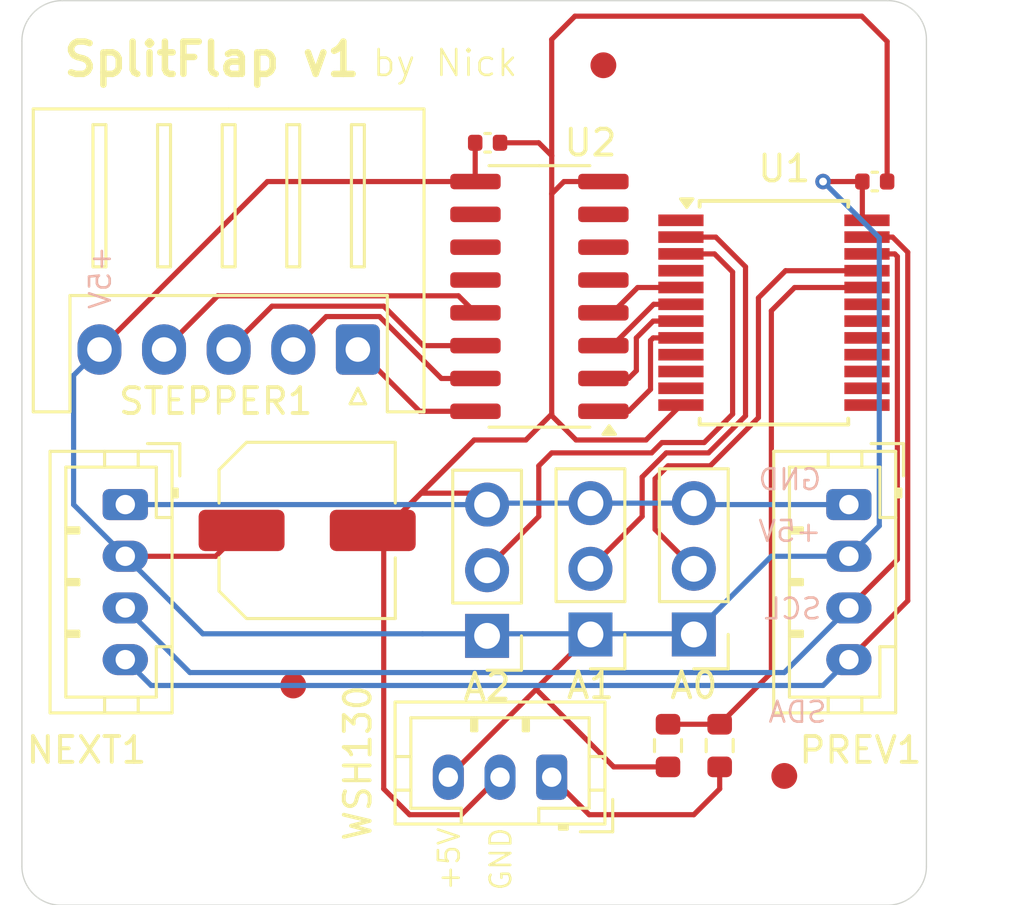
<source format=kicad_pcb>
(kicad_pcb (version 20241229) (generator "pcbnew") (generator_version "9.0")
  (layers (0 "F.Cu" signal) (2 "B.Cu" signal) (13 "F.Paste" user) (15 "B.Paste" user) (5 "F.SilkS" user "F.Silkscreen") (7 "B.SilkS" user "B.Silkscreen") (1 "F.Mask" user) (3 "B.Mask" user) (25 "Edge.Cuts" user))
  (net 0 "")
  (net 1 "+5V")
  (net 2 "GND")
  (net 3 "Net-(A0-Pin_2)")
  (net 4 "Net-(A1-Pin_2)")
  (net 5 "Net-(A2-Pin_2)")
  (net 6 "Net-(U1-P2)")
  (net 11 "Net-(U1-P3)")
  (net 12 "Net-(U1-P1)")
  (net 13 "Net-(U1-P4)")
  (net 28 "Net-(NEXT1-Pin_3)")
  (net 29 "Net-(NEXT1-Pin_4)")
  (net 30 "Net-(WSH130-Pin_1)")
  (net 31 "Net-(U1-P17)")
  (net 32 "Net-(STEPPER1-Pin_3)")
  (net 33 "Net-(STEPPER1-Pin_1)")
  (net 34 "Net-(STEPPER1-Pin_2)")
  (net 35 "Net-(STEPPER1-Pin_4)")
  (footprint "Package_SO:SSOP-24_5.3x8.2mm_P0.65mm" (layer "F.Cu") (at 174.1 71.575)
    (property "Reference" "U1" (at 0.4 -5.575 0) (layer "F.SilkS"))
    (property "Value" "PCF8575DBR")
    (fp_line (start -2.875 -4.325) (end -2.875 -4.1) (stroke (width 0.15)) (layer "F.SilkS"))
    (fp_line (start -2.875 -4.325) (end 2.875 -4.325) (stroke (width 0.15)) (layer "F.SilkS"))
    (fp_line (start -2.875 4.325) (end -2.875 4.1) (stroke (width 0.15)) (layer "F.SilkS"))
    (fp_line (start -2.875 4.325) (end 2.875 4.325) (stroke (width 0.15)) (layer "F.SilkS"))
    (fp_line (start 2.875 -4.325) (end 2.875 -4.1) (stroke (width 0.15)) (layer "F.SilkS"))
    (fp_line (start 2.875 4.325) (end 2.875 4.1) (stroke (width 0.15)) (layer "F.SilkS"))
    (fp_poly (pts (xy -3.375 -4.075) (xy -3.615 -4.405) (xy -3.135 -4.405) (xy -3.375 -4.075)) (stroke (width 0.12)) (fill yes) (layer "F.SilkS"))
    (pad "1" smd rect (at -3.6 -3.575) (size 1.75 0.45) (layers "F.Cu" "F.Mask" "F.Paste"))
    (pad "2" smd rect (at -3.6 -2.925) (size 1.75 0.45) (layers "F.Cu" "F.Mask" "F.Paste") (net 4 "Net-(A1-Pin_2)"))
    (pad "3" smd rect (at -3.6 -2.275) (size 1.75 0.45) (layers "F.Cu" "F.Mask" "F.Paste") (net 5 "Net-(A2-Pin_2)"))
    (pad "4" smd rect (at -3.6 -1.625) (size 1.75 0.45) (layers "F.Cu" "F.Mask" "F.Paste"))
    (pad "5" smd rect (at -3.6 -0.975) (size 1.75 0.45) (layers "F.Cu" "F.Mask" "F.Paste") (net 12 "Net-(U1-P1)"))
    (pad "6" smd rect (at -3.6 -0.325) (size 1.75 0.45) (layers "F.Cu" "F.Mask" "F.Paste") (net 6 "Net-(U1-P2)"))
    (pad "7" smd rect (at -3.6 0.325) (size 1.75 0.45) (layers "F.Cu" "F.Mask" "F.Paste") (net 11 "Net-(U1-P3)"))
    (pad "8" smd rect (at -3.6 0.975) (size 1.75 0.45) (layers "F.Cu" "F.Mask" "F.Paste") (net 13 "Net-(U1-P4)"))
    (pad "9" smd rect (at -3.6 1.625) (size 1.75 0.45) (layers "F.Cu" "F.Mask" "F.Paste"))
    (pad "10" smd rect (at -3.6 2.275) (size 1.75 0.45) (layers "F.Cu" "F.Mask" "F.Paste"))
    (pad "11" smd rect (at -3.6 2.925) (size 1.75 0.45) (layers "F.Cu" "F.Mask" "F.Paste"))
    (pad "12" smd rect (at -3.6 3.575) (size 1.75 0.45) (layers "F.Cu" "F.Mask" "F.Paste") (net 2 "GND"))
    (pad "13" smd rect (at 3.6 3.575) (size 1.75 0.45) (layers "F.Cu" "F.Mask" "F.Paste"))
    (pad "14" smd rect (at 3.6 2.925) (size 1.75 0.45) (layers "F.Cu" "F.Mask" "F.Paste"))
    (pad "15" smd rect (at 3.6 2.275) (size 1.75 0.45) (layers "F.Cu" "F.Mask" "F.Paste"))
    (pad "16" smd rect (at 3.6 1.625) (size 1.75 0.45) (layers "F.Cu" "F.Mask" "F.Paste"))
    (pad "17" smd rect (at 3.6 0.975) (size 1.75 0.45) (layers "F.Cu" "F.Mask" "F.Paste"))
    (pad "18" smd rect (at 3.6 0.325) (size 1.75 0.45) (layers "F.Cu" "F.Mask" "F.Paste"))
    (pad "19" smd rect (at 3.6 -0.325) (size 1.75 0.45) (layers "F.Cu" "F.Mask" "F.Paste"))
    (pad "20" smd rect (at 3.6 -0.975) (size 1.75 0.45) (layers "F.Cu" "F.Mask" "F.Paste") (net 31 "Net-(U1-P17)"))
    (pad "21" smd rect (at 3.6 -1.625) (size 1.75 0.45) (layers "F.Cu" "F.Mask" "F.Paste") (net 3 "Net-(A0-Pin_2)"))
    (pad "22" smd rect (at 3.6 -2.275) (size 1.75 0.45) (layers "F.Cu" "F.Mask" "F.Paste") (net 28 "Net-(NEXT1-Pin_3)"))
    (pad "23" smd rect (at 3.6 -2.925) (size 1.75 0.45) (layers "F.Cu" "F.Mask" "F.Paste") (net 29 "Net-(NEXT1-Pin_4)"))
    (pad "24" smd rect (at 3.6 -3.575) (size 1.75 0.45) (layers "F.Cu" "F.Mask" "F.Paste") (net 1 "+5V"))
  )
  (footprint "Package_SO:SOIC-16_3.9x9.9mm_P1.27mm" (layer "F.Cu") (at 165.025 70.945 180)
    (property "Reference" "U2" (at -1.975 5.945 0) (layer "F.SilkS"))
    (property "Value" "ULN2003")
    (fp_line (start 0 5.06) (end 1.95 5.06) (stroke (width 0.12)) (layer "F.SilkS"))
    (fp_line (start 0 5.06) (end -1.95 5.06) (stroke (width 0.12)) (layer "F.SilkS"))
    (fp_line (start 0 -5.06) (end 1.95 -5.06) (stroke (width 0.12)) (layer "F.SilkS"))
    (fp_line (start 0 -5.06) (end -1.95 -5.06) (stroke (width 0.12)) (layer "F.SilkS"))
    (fp_poly (pts (xy -2.7 -5.005) (xy -2.94 -5.335) (xy -2.46 -5.335) (xy -2.7 -5.005)) (stroke (width 0.12)) (fill yes) (layer "F.SilkS"))
    (pad "1" smd roundrect (at -2.475 -4.445 180) (size 1.95 0.6) (layers "F.Cu" "F.Mask" "F.Paste") (net 13 "Net-(U1-P4)"))
    (pad "2" smd roundrect (at -2.475 -3.175 180) (size 1.95 0.6) (layers "F.Cu" "F.Mask" "F.Paste") (net 11 "Net-(U1-P3)"))
    (pad "3" smd roundrect (at -2.475 -1.905 180) (size 1.95 0.6) (layers "F.Cu" "F.Mask" "F.Paste") (net 6 "Net-(U1-P2)"))
    (pad "4" smd roundrect (at -2.475 -0.635 180) (size 1.95 0.6) (layers "F.Cu" "F.Mask" "F.Paste") (net 12 "Net-(U1-P1)"))
    (pad "5" smd roundrect (at -2.475 0.635 180) (size 1.95 0.6) (layers "F.Cu" "F.Mask" "F.Paste"))
    (pad "6" smd roundrect (at -2.475 1.905 180) (size 1.95 0.6) (layers "F.Cu" "F.Mask" "F.Paste"))
    (pad "7" smd roundrect (at -2.475 3.175 180) (size 1.95 0.6) (layers "F.Cu" "F.Mask" "F.Paste"))
    (pad "8" smd roundrect (at -2.475 4.445 180) (size 1.95 0.6) (layers "F.Cu" "F.Mask" "F.Paste") (net 2 "GND"))
    (pad "9" smd roundrect (at 2.475 4.445 180) (size 1.95 0.6) (layers "F.Cu" "F.Mask" "F.Paste") (net 1 "+5V"))
    (pad "10" smd roundrect (at 2.475 3.175 180) (size 1.95 0.6) (layers "F.Cu" "F.Mask" "F.Paste"))
    (pad "11" smd roundrect (at 2.475 1.905 180) (size 1.95 0.6) (layers "F.Cu" "F.Mask" "F.Paste"))
    (pad "12" smd roundrect (at 2.475 0.635 180) (size 1.95 0.6) (layers "F.Cu" "F.Mask" "F.Paste"))
    (pad "13" smd roundrect (at 2.475 -0.635 180) (size 1.95 0.6) (layers "F.Cu" "F.Mask" "F.Paste") (net 35 "Net-(STEPPER1-Pin_4)"))
    (pad "14" smd roundrect (at 2.475 -1.905 180) (size 1.95 0.6) (layers "F.Cu" "F.Mask" "F.Paste") (net 32 "Net-(STEPPER1-Pin_3)"))
    (pad "15" smd roundrect (at 2.475 -3.175 180) (size 1.95 0.6) (layers "F.Cu" "F.Mask" "F.Paste") (net 34 "Net-(STEPPER1-Pin_2)"))
    (pad "16" smd roundrect (at 2.475 -4.445 180) (size 1.95 0.6) (layers "F.Cu" "F.Mask" "F.Paste") (net 33 "Net-(STEPPER1-Pin_1)"))
  )
  (footprint "Resistor_SMD:R_0603_1608Metric" (layer "F.Cu") (at 170 88.325 90)
    (property "Reference" "PULL_UP2" (hide yes))
    (property "Value" "10K")
    (fp_line (start -0.237258 -0.5225) (end 0.237258 -0.5225) (stroke (width 0.12)) (layer "F.SilkS"))
    (fp_line (start -0.237258 0.5225) (end 0.237258 0.5225) (stroke (width 0.12)) (layer "F.SilkS"))
    (pad "1" smd roundrect (at -0.825 0 90) (size 0.8 0.95) (layers "F.Cu" "F.Mask" "F.Paste") (net 1 "+5V"))
    (pad "2" smd roundrect (at 0.825 0 90) (size 0.8 0.95) (layers "F.Cu" "F.Mask" "F.Paste") (net 31 "Net-(U1-P17)"))
  )
  (footprint "Resistor_SMD:R_0603_1608Metric" (layer "F.Cu") (at 172 88.325 90)
    (property "Reference" "SERIES1" (hide yes))
    (property "Value" "1k")
    (fp_line (start -0.237258 -0.5225) (end 0.237258 -0.5225) (stroke (width 0.12)) (layer "F.SilkS"))
    (fp_line (start -0.237258 0.5225) (end 0.237258 0.5225) (stroke (width 0.12)) (layer "F.SilkS"))
    (pad "1" smd roundrect (at -0.825 0 90) (size 0.8 0.95) (layers "F.Cu" "F.Mask" "F.Paste") (net 30 "Net-(WSH130-Pin_1)"))
    (pad "2" smd roundrect (at 0.825 0 90) (size 0.8 0.95) (layers "F.Cu" "F.Mask" "F.Paste") (net 31 "Net-(U1-P17)"))
  )
  (footprint "Connector_JST:JST_PH_B3B-PH-K_1x03_P2.00mm_Vertical" (layer "F.Cu") (at 165.5 89.55 180)
    (property "Reference" "WSH130" (at 7.5 0.55 270) (layer "F.SilkS"))
    (property "Value" "Conn_01x03_Pin")
    (fp_line (start 6.06 2.91) (end 6.06 -1.81) (stroke (width 0.12)) (layer "F.SilkS"))
    (fp_line (start 6.06 0.8) (end 5.45 0.8) (stroke (width 0.12)) (layer "F.SilkS"))
    (fp_line (start 6.06 -0.5) (end 5.45 -0.5) (stroke (width 0.12)) (layer "F.SilkS"))
    (fp_line (start 6.06 -1.81) (end -2.06 -1.81) (stroke (width 0.12)) (layer "F.SilkS"))
    (fp_line (start 5.45 2.3) (end 5.45 -1.2) (stroke (width 0.12)) (layer "F.SilkS"))
    (fp_line (start 5.45 -1.2) (end 3.5 -1.2) (stroke (width 0.12)) (layer "F.SilkS"))
    (fp_line (start 3.5 -1.2) (end 3.5 -1.81) (stroke (width 0.12)) (layer "F.SilkS"))
    (fp_line (start 3.1 1.8) (end 3.1 2.3) (stroke (width 0.12)) (layer "F.SilkS"))
    (fp_line (start 3 2.3) (end 3 1.8) (stroke (width 0.12)) (layer "F.SilkS"))
    (fp_line (start 2.9 2.3) (end 2.9 1.8) (stroke (width 0.12)) (layer "F.SilkS"))
    (fp_line (start 2.9 1.8) (end 3.1 1.8) (stroke (width 0.12)) (layer "F.SilkS"))
    (fp_line (start 1.1 1.8) (end 1.1 2.3) (stroke (width 0.12)) (layer "F.SilkS"))
    (fp_line (start 1 2.3) (end 1 1.8) (stroke (width 0.12)) (layer "F.SilkS"))
    (fp_line (start 0.9 2.3) (end 0.9 1.8) (stroke (width 0.12)) (layer "F.SilkS"))
    (fp_line (start 0.9 1.8) (end 1.1 1.8) (stroke (width 0.12)) (layer "F.SilkS"))
    (fp_line (start 0.5 -1.2) (end -1.45 -1.2) (stroke (width 0.12)) (layer "F.SilkS"))
    (fp_line (start 0.5 -1.81) (end 0.5 -1.2) (stroke (width 0.12)) (layer "F.SilkS"))
    (fp_line (start -0.3 -1.81) (end -0.3 -2.01) (stroke (width 0.12)) (layer "F.SilkS"))
    (fp_line (start -0.3 -1.91) (end -0.6 -1.91) (stroke (width 0.12)) (layer "F.SilkS"))
    (fp_line (start -0.3 -2.01) (end -0.6 -2.01) (stroke (width 0.12)) (layer "F.SilkS"))
    (fp_line (start -0.6 -2.01) (end -0.6 -1.81) (stroke (width 0.12)) (layer "F.SilkS"))
    (fp_line (start -1.11 -2.11) (end -2.36 -2.11) (stroke (width 0.12)) (layer "F.SilkS"))
    (fp_line (start -1.45 2.3) (end 5.45 2.3) (stroke (width 0.12)) (layer "F.SilkS"))
    (fp_line (start -1.45 -1.2) (end -1.45 2.3) (stroke (width 0.12)) (layer "F.SilkS"))
    (fp_line (start -2.06 2.91) (end 6.06 2.91) (stroke (width 0.12)) (layer "F.SilkS"))
    (fp_line (start -2.06 0.8) (end -1.45 0.8) (stroke (width 0.12)) (layer "F.SilkS"))
    (fp_line (start -2.06 -0.5) (end -1.45 -0.5) (stroke (width 0.12)) (layer "F.SilkS"))
    (fp_line (start -2.06 -1.81) (end -2.06 2.91) (stroke (width 0.12)) (layer "F.SilkS"))
    (fp_line (start -2.36 -2.11) (end -2.36 -0.86) (stroke (width 0.12)) (layer "F.SilkS"))
    (pad "1" thru_hole roundrect (at 0 0 180) (size 1.2 1.75) (drill 0.75) (layers "*.Cu" "*.Mask") (roundrect_rratio 0.208333) (net 30 "Net-(WSH130-Pin_1)"))
    (pad "2" thru_hole oval (at 2 0 180) (size 1.2 1.75) (drill 0.75) (layers "*.Cu" "*.Mask") (net 2 "GND"))
    (pad "3" thru_hole oval (at 4 0 180) (size 1.2 1.75) (drill 0.75) (layers "*.Cu" "*.Mask") (net 1 "+5V"))
  )
  (footprint "Fiducial:Fiducial_1mm_Mask2mm" (layer "F.Cu") (at 167.5 62)
    (property "Reference" "REF**" (hide yes))
    (property "Value" "Fiducial_1mm_Mask2mm")
    (pad "" smd circle (at 0 0) (size 1 1) (layers "F.Cu" "F.Mask") (clearance 0.5))
  )
  (footprint "Fiducial:Fiducial_1mm_Mask2mm" (layer "F.Cu") (at 174.5 89.5)
    (property "Reference" "REF**" (hide yes))
    (property "Value" "Fiducial_1mm_Mask2mm")
    (pad "" smd circle (at 0 0) (size 1 1) (layers "F.Cu" "F.Mask") (clearance 0.5))
  )
  (footprint "Capacitor_SMD:C_Elec_6.3x7.7" (layer "F.Cu") (at 156.0375 80)
    (property "Reference" "C3_BULK1" (hide yes))
    (property "Value" "220 µF")
    (fp_line (start -3.41 -2.345563) (end -3.41 -1.06) (stroke (width 0.12)) (layer "F.SilkS"))
    (fp_line (start -3.41 -2.345563) (end -2.345563 -3.41) (stroke (width 0.12)) (layer "F.SilkS"))
    (fp_line (start -3.41 2.345563) (end -3.41 1.06) (stroke (width 0.12)) (layer "F.SilkS"))
    (fp_line (start -3.41 2.345563) (end -2.345563 3.41) (stroke (width 0.12)) (layer "F.SilkS"))
    (fp_line (start -2.345563 -3.41) (end 3.41 -3.41) (stroke (width 0.12)) (layer "F.SilkS"))
    (fp_line (start -2.345563 3.41) (end 3.41 3.41) (stroke (width 0.12)) (layer "F.SilkS"))
    (fp_line (start 3.41 -3.41) (end 3.41 -1.06) (stroke (width 0.12)) (layer "F.SilkS"))
    (fp_line (start 3.41 3.41) (end 3.41 1.06) (stroke (width 0.12)) (layer "F.SilkS"))
    (pad "1" smd roundrect (at -2.5375 0) (size 3.325 1.6) (layers "F.Cu" "F.Mask" "F.Paste") (roundrect_rratio 0.15625) (net 1 "+5V"))
    (pad "2" smd roundrect (at 2.5375 0) (size 3.325 1.6) (layers "F.Cu" "F.Mask" "F.Paste") (roundrect_rratio 0.15625) (net 2 "GND"))
  )
  (footprint "Capacitor_SMD:C_0402_1005Metric" (layer "F.Cu") (at 178 66.5)
    (property "Reference" "C1" (hide yes))
    (property "Value" "0.1 µF")
    (fp_line (start -0.107836 -0.36) (end 0.107836 -0.36) (stroke (width 0.12)) (layer "F.SilkS"))
    (fp_line (start -0.107836 0.36) (end 0.107836 0.36) (stroke (width 0.12)) (layer "F.SilkS"))
    (pad "1" smd roundrect (at -0.48 0) (size 0.56 0.62) (layers "F.Cu" "F.Mask" "F.Paste") (net 1 "+5V"))
    (pad "2" smd roundrect (at 0.48 0) (size 0.56 0.62) (layers "F.Cu" "F.Mask" "F.Paste") (net 2 "GND"))
  )
  (footprint "Connector_PinHeader_2.54mm:PinHeader_1x03_P2.54mm_Vertical" (layer "F.Cu") (at 171 84.025 180)
    (property "Reference" "A0" (at 0 -1.975 0) (layer "F.SilkS"))
    (property "Value" "Conn_01x03_Pin")
    (fp_line (start 1.33 1.27) (end 1.33 6.41) (stroke (width 0.12)) (layer "F.SilkS"))
    (fp_line (start -1.33 6.41) (end 1.33 6.41) (stroke (width 0.12)) (layer "F.SilkS"))
    (fp_line (start -1.33 1.27) (end 1.33 1.27) (stroke (width 0.12)) (layer "F.SilkS"))
    (fp_line (start -1.33 1.27) (end -1.33 6.41) (stroke (width 0.12)) (layer "F.SilkS"))
    (fp_line (start -1.33 0) (end -1.33 -1.33) (stroke (width 0.12)) (layer "F.SilkS"))
    (fp_line (start -1.33 -1.33) (end 0 -1.33) (stroke (width 0.12)) (layer "F.SilkS"))
    (pad "1" thru_hole rect (at 0 0 180) (size 1.7 1.7) (drill 1) (layers "*.Cu" "*.Mask") (net 1 "+5V"))
    (pad "2" thru_hole oval (at 0 2.54 180) (size 1.7 1.7) (drill 1) (layers "*.Cu" "*.Mask") (net 3 "Net-(A0-Pin_2)"))
    (pad "3" thru_hole oval (at 0 5.08 180) (size 1.7 1.7) (drill 1) (layers "*.Cu" "*.Mask") (net 2 "GND"))
  )
  (footprint "Connector_JST:JST_PH_B4B-PH-K_1x04_P2.00mm_Vertical" (layer "F.Cu") (at 149 79 -90)
    (property "Reference" "NEXT1" (at 9.5 1.5 0) (layer "F.SilkS"))
    (property "Value" "Conn_01x04_Pin")
    (fp_line (start -2.06 2.91) (end 8.06 2.91) (stroke (width 0.12)) (layer "F.SilkS"))
    (fp_line (start 8.06 2.91) (end 8.06 -1.81) (stroke (width 0.12)) (layer "F.SilkS"))
    (fp_line (start -1.45 2.3) (end 7.45 2.3) (stroke (width 0.12)) (layer "F.SilkS"))
    (fp_line (start 0.9 2.3) (end 0.9 1.8) (stroke (width 0.12)) (layer "F.SilkS"))
    (fp_line (start 1 2.3) (end 1 1.8) (stroke (width 0.12)) (layer "F.SilkS"))
    (fp_line (start 2.9 2.3) (end 2.9 1.8) (stroke (width 0.12)) (layer "F.SilkS"))
    (fp_line (start 3 2.3) (end 3 1.8) (stroke (width 0.12)) (layer "F.SilkS"))
    (fp_line (start 4.9 2.3) (end 4.9 1.8) (stroke (width 0.12)) (layer "F.SilkS"))
    (fp_line (start 5 2.3) (end 5 1.8) (stroke (width 0.12)) (layer "F.SilkS"))
    (fp_line (start 7.45 2.3) (end 7.45 -1.2) (stroke (width 0.12)) (layer "F.SilkS"))
    (fp_line (start 0.9 1.8) (end 1.1 1.8) (stroke (width 0.12)) (layer "F.SilkS"))
    (fp_line (start 1.1 1.8) (end 1.1 2.3) (stroke (width 0.12)) (layer "F.SilkS"))
    (fp_line (start 2.9 1.8) (end 3.1 1.8) (stroke (width 0.12)) (layer "F.SilkS"))
    (fp_line (start 3.1 1.8) (end 3.1 2.3) (stroke (width 0.12)) (layer "F.SilkS"))
    (fp_line (start 4.9 1.8) (end 5.1 1.8) (stroke (width 0.12)) (layer "F.SilkS"))
    (fp_line (start 5.1 1.8) (end 5.1 2.3) (stroke (width 0.12)) (layer "F.SilkS"))
    (fp_line (start -2.06 0.8) (end -1.45 0.8) (stroke (width 0.12)) (layer "F.SilkS"))
    (fp_line (start 8.06 0.8) (end 7.45 0.8) (stroke (width 0.12)) (layer "F.SilkS"))
    (fp_line (start -2.06 -0.5) (end -1.45 -0.5) (stroke (width 0.12)) (layer "F.SilkS"))
    (fp_line (start 8.06 -0.5) (end 7.45 -0.5) (stroke (width 0.12)) (layer "F.SilkS"))
    (fp_line (start -1.45 -1.2) (end -1.45 2.3) (stroke (width 0.12)) (layer "F.SilkS"))
    (fp_line (start 0.5 -1.2) (end -1.45 -1.2) (stroke (width 0.12)) (layer "F.SilkS"))
    (fp_line (start 5.5 -1.2) (end 5.5 -1.81) (stroke (width 0.12)) (layer "F.SilkS"))
    (fp_line (start 7.45 -1.2) (end 5.5 -1.2) (stroke (width 0.12)) (layer "F.SilkS"))
    (fp_line (start -2.06 -1.81) (end -2.06 2.91) (stroke (width 0.12)) (layer "F.SilkS"))
    (fp_line (start -0.3 -1.81) (end -0.3 -2.01) (stroke (width 0.12)) (layer "F.SilkS"))
    (fp_line (start 0.5 -1.81) (end 0.5 -1.2) (stroke (width 0.12)) (layer "F.SilkS"))
    (fp_line (start 8.06 -1.81) (end -2.06 -1.81) (stroke (width 0.12)) (layer "F.SilkS"))
    (fp_line (start -0.3 -1.91) (end -0.6 -1.91) (stroke (width 0.12)) (layer "F.SilkS"))
    (fp_line (start -0.6 -2.01) (end -0.6 -1.81) (stroke (width 0.12)) (layer "F.SilkS"))
    (fp_line (start -0.3 -2.01) (end -0.6 -2.01) (stroke (width 0.12)) (layer "F.SilkS"))
    (fp_line (start -2.36 -2.11) (end -2.36 -0.86) (stroke (width 0.12)) (layer "F.SilkS"))
    (fp_line (start -1.11 -2.11) (end -2.36 -2.11) (stroke (width 0.12)) (layer "F.SilkS"))
    (pad "1" thru_hole roundrect (at 0 0 270) (size 1.2 1.75) (drill 0.75) (layers "*.Cu" "*.Mask") (roundrect_rratio 0.208333) (net 2 "GND"))
    (pad "2" thru_hole oval (at 2 0 270) (size 1.2 1.75) (drill 0.75) (layers "*.Cu" "*.Mask") (net 1 "+5V"))
    (pad "3" thru_hole oval (at 4 0 270) (size 1.2 1.75) (drill 0.75) (layers "*.Cu" "*.Mask") (net 28 "Net-(NEXT1-Pin_3)"))
    (pad "4" thru_hole oval (at 6 0 270) (size 1.2 1.75) (drill 0.75) (layers "*.Cu" "*.Mask") (net 29 "Net-(NEXT1-Pin_4)"))
  )
  (footprint "Connector_PinHeader_2.54mm:PinHeader_1x03_P2.54mm_Vertical" (layer "F.Cu") (at 163 84.08 180)
    (property "Reference" "A2" (at 0 -1.975 0) (layer "F.SilkS"))
    (property "Value" "Conn_01x03_Pin")
    (fp_line (start 1.33 1.27) (end 1.33 6.41) (stroke (width 0.12)) (layer "F.SilkS"))
    (fp_line (start -1.33 6.41) (end 1.33 6.41) (stroke (width 0.12)) (layer "F.SilkS"))
    (fp_line (start -1.33 1.27) (end 1.33 1.27) (stroke (width 0.12)) (layer "F.SilkS"))
    (fp_line (start -1.33 1.27) (end -1.33 6.41) (stroke (width 0.12)) (layer "F.SilkS"))
    (fp_line (start -1.33 0) (end -1.33 -1.33) (stroke (width 0.12)) (layer "F.SilkS"))
    (fp_line (start -1.33 -1.33) (end 0 -1.33) (stroke (width 0.12)) (layer "F.SilkS"))
    (pad "1" thru_hole rect (at 0 0 180) (size 1.7 1.7) (drill 1) (layers "*.Cu" "*.Mask") (net 1 "+5V"))
    (pad "2" thru_hole oval (at 0 2.54 180) (size 1.7 1.7) (drill 1) (layers "*.Cu" "*.Mask") (net 5 "Net-(A2-Pin_2)"))
    (pad "3" thru_hole oval (at 0 5.08 180) (size 1.7 1.7) (drill 1) (layers "*.Cu" "*.Mask") (net 2 "GND"))
  )
  (footprint "Connector_JST:JST_PH_B4B-PH-K_1x04_P2.00mm_Vertical" (layer "F.Cu") (at 177 79 -90)
    (property "Reference" "PREV1" (at 9.5 -0.45 0) (layer "F.SilkS"))
    (property "Value" "Conn_01x04_Pin")
    (fp_line (start -2.06 2.91) (end 8.06 2.91) (stroke (width 0.12)) (layer "F.SilkS"))
    (fp_line (start 8.06 2.91) (end 8.06 -1.81) (stroke (width 0.12)) (layer "F.SilkS"))
    (fp_line (start -1.45 2.3) (end 7.45 2.3) (stroke (width 0.12)) (layer "F.SilkS"))
    (fp_line (start 0.9 2.3) (end 0.9 1.8) (stroke (width 0.12)) (layer "F.SilkS"))
    (fp_line (start 1 2.3) (end 1 1.8) (stroke (width 0.12)) (layer "F.SilkS"))
    (fp_line (start 2.9 2.3) (end 2.9 1.8) (stroke (width 0.12)) (layer "F.SilkS"))
    (fp_line (start 3 2.3) (end 3 1.8) (stroke (width 0.12)) (layer "F.SilkS"))
    (fp_line (start 4.9 2.3) (end 4.9 1.8) (stroke (width 0.12)) (layer "F.SilkS"))
    (fp_line (start 5 2.3) (end 5 1.8) (stroke (width 0.12)) (layer "F.SilkS"))
    (fp_line (start 7.45 2.3) (end 7.45 -1.2) (stroke (width 0.12)) (layer "F.SilkS"))
    (fp_line (start 0.9 1.8) (end 1.1 1.8) (stroke (width 0.12)) (layer "F.SilkS"))
    (fp_line (start 1.1 1.8) (end 1.1 2.3) (stroke (width 0.12)) (layer "F.SilkS"))
    (fp_line (start 2.9 1.8) (end 3.1 1.8) (stroke (width 0.12)) (layer "F.SilkS"))
    (fp_line (start 3.1 1.8) (end 3.1 2.3) (stroke (width 0.12)) (layer "F.SilkS"))
    (fp_line (start 4.9 1.8) (end 5.1 1.8) (stroke (width 0.12)) (layer "F.SilkS"))
    (fp_line (start 5.1 1.8) (end 5.1 2.3) (stroke (width 0.12)) (layer "F.SilkS"))
    (fp_line (start -2.06 0.8) (end -1.45 0.8) (stroke (width 0.12)) (layer "F.SilkS"))
    (fp_line (start 8.06 0.8) (end 7.45 0.8) (stroke (width 0.12)) (layer "F.SilkS"))
    (fp_line (start -2.06 -0.5) (end -1.45 -0.5) (stroke (width 0.12)) (layer "F.SilkS"))
    (fp_line (start 8.06 -0.5) (end 7.45 -0.5) (stroke (width 0.12)) (layer "F.SilkS"))
    (fp_line (start -1.45 -1.2) (end -1.45 2.3) (stroke (width 0.12)) (layer "F.SilkS"))
    (fp_line (start 0.5 -1.2) (end -1.45 -1.2) (stroke (width 0.12)) (layer "F.SilkS"))
    (fp_line (start 5.5 -1.2) (end 5.5 -1.81) (stroke (width 0.12)) (layer "F.SilkS"))
    (fp_line (start 7.45 -1.2) (end 5.5 -1.2) (stroke (width 0.12)) (layer "F.SilkS"))
    (fp_line (start -2.06 -1.81) (end -2.06 2.91) (stroke (width 0.12)) (layer "F.SilkS"))
    (fp_line (start -0.3 -1.81) (end -0.3 -2.01) (stroke (width 0.12)) (layer "F.SilkS"))
    (fp_line (start 0.5 -1.81) (end 0.5 -1.2) (stroke (width 0.12)) (layer "F.SilkS"))
    (fp_line (start 8.06 -1.81) (end -2.06 -1.81) (stroke (width 0.12)) (layer "F.SilkS"))
    (fp_line (start -0.3 -1.91) (end -0.6 -1.91) (stroke (width 0.12)) (layer "F.SilkS"))
    (fp_line (start -0.6 -2.01) (end -0.6 -1.81) (stroke (width 0.12)) (layer "F.SilkS"))
    (fp_line (start -0.3 -2.01) (end -0.6 -2.01) (stroke (width 0.12)) (layer "F.SilkS"))
    (fp_line (start -2.36 -2.11) (end -2.36 -0.86) (stroke (width 0.12)) (layer "F.SilkS"))
    (fp_line (start -1.11 -2.11) (end -2.36 -2.11) (stroke (width 0.12)) (layer "F.SilkS"))
    (pad "1" thru_hole roundrect (at 0 0 270) (size 1.2 1.75) (drill 0.75) (layers "*.Cu" "*.Mask") (roundrect_rratio 0.208333) (net 2 "GND"))
    (pad "2" thru_hole oval (at 2 0 270) (size 1.2 1.75) (drill 0.75) (layers "*.Cu" "*.Mask") (net 1 "+5V"))
    (pad "3" thru_hole oval (at 4 0 270) (size 1.2 1.75) (drill 0.75) (layers "*.Cu" "*.Mask") (net 28 "Net-(NEXT1-Pin_3)"))
    (pad "4" thru_hole oval (at 6 0 270) (size 1.2 1.75) (drill 0.75) (layers "*.Cu" "*.Mask") (net 29 "Net-(NEXT1-Pin_4)"))
  )
  (footprint "Connector_JST:JST_XH_S5B-XH-A_1x05_P2.50mm_Horizontal" (layer "F.Cu") (at 158 73 180)
    (property "Reference" "STEPPER1" (at 5.5 -2 180) (layer "F.SilkS"))
    (property "Value" "Conn_01x05_Pin")
    (fp_line (start 12.56 9.31) (end 12.56 -2.41) (stroke (width 0.12)) (layer "F.SilkS"))
    (fp_line (start 12.56 -2.41) (end 11.14 -2.41) (stroke (width 0.12)) (layer "F.SilkS"))
    (fp_line (start 11.14 2.09) (end 5 2.09) (stroke (width 0.12)) (layer "F.SilkS"))
    (fp_line (start 11.14 -2.41) (end 11.14 2.09) (stroke (width 0.12)) (layer "F.SilkS"))
    (fp_line (start 10.25 8.7) (end 10.25 3.2) (stroke (width 0.12)) (layer "F.SilkS"))
    (fp_line (start 10.25 3.2) (end 9.75 3.2) (stroke (width 0.12)) (layer "F.SilkS"))
    (fp_line (start 9.75 8.7) (end 10.25 8.7) (stroke (width 0.12)) (layer "F.SilkS"))
    (fp_line (start 9.75 3.2) (end 9.75 8.7) (stroke (width 0.12)) (layer "F.SilkS"))
    (fp_line (start 7.75 8.7) (end 7.75 3.2) (stroke (width 0.12)) (layer "F.SilkS"))
    (fp_line (start 7.75 3.2) (end 7.25 3.2) (stroke (width 0.12)) (layer "F.SilkS"))
    (fp_line (start 7.25 8.7) (end 7.75 8.7) (stroke (width 0.12)) (layer "F.SilkS"))
    (fp_line (start 7.25 3.2) (end 7.25 8.7) (stroke (width 0.12)) (layer "F.SilkS"))
    (fp_line (start 5.25 8.7) (end 5.25 3.2) (stroke (width 0.12)) (layer "F.SilkS"))
    (fp_line (start 5.25 3.2) (end 4.75 3.2) (stroke (width 0.12)) (layer "F.SilkS"))
    (fp_line (start 5 9.31) (end 12.56 9.31) (stroke (width 0.12)) (layer "F.SilkS"))
    (fp_line (start 5 9.31) (end -2.56 9.31) (stroke (width 0.12)) (layer "F.SilkS"))
    (fp_line (start 4.75 8.7) (end 5.25 8.7) (stroke (width 0.12)) (layer "F.SilkS"))
    (fp_line (start 4.75 3.2) (end 4.75 8.7) (stroke (width 0.12)) (layer "F.SilkS"))
    (fp_line (start 2.75 8.7) (end 2.75 3.2) (stroke (width 0.12)) (layer "F.SilkS"))
    (fp_line (start 2.75 3.2) (end 2.25 3.2) (stroke (width 0.12)) (layer "F.SilkS"))
    (fp_line (start 2.25 8.7) (end 2.75 8.7) (stroke (width 0.12)) (layer "F.SilkS"))
    (fp_line (start 2.25 3.2) (end 2.25 8.7) (stroke (width 0.12)) (layer "F.SilkS"))
    (fp_line (start 0.3 -2.1) (end 0 -1.5) (stroke (width 0.12)) (layer "F.SilkS"))
    (fp_line (start 0.25 8.7) (end 0.25 3.2) (stroke (width 0.12)) (layer "F.SilkS"))
    (fp_line (start 0.25 3.2) (end -0.25 3.2) (stroke (width 0.12)) (layer "F.SilkS"))
    (fp_line (start 0 -1.5) (end -0.3 -2.1) (stroke (width 0.12)) (layer "F.SilkS"))
    (fp_line (start -0.25 8.7) (end 0.25 8.7) (stroke (width 0.12)) (layer "F.SilkS"))
    (fp_line (start -0.25 3.2) (end -0.25 8.7) (stroke (width 0.12)) (layer "F.SilkS"))
    (fp_line (start -0.3 -2.1) (end 0.3 -2.1) (stroke (width 0.12)) (layer "F.SilkS"))
    (fp_line (start -1.14 2.09) (end 5 2.09) (stroke (width 0.12)) (layer "F.SilkS"))
    (fp_line (start -1.14 -2.41) (end -1.14 2.09) (stroke (width 0.12)) (layer "F.SilkS"))
    (fp_line (start -2.56 9.31) (end -2.56 -2.41) (stroke (width 0.12)) (layer "F.SilkS"))
    (fp_line (start -2.56 -2.41) (end -1.14 -2.41) (stroke (width 0.12)) (layer "F.SilkS"))
    (pad "1" thru_hole roundrect (at 0 0 180) (size 1.7 1.95) (drill 0.95) (layers "*.Cu" "*.Mask") (roundrect_rratio 0.147059) (net 33 "Net-(STEPPER1-Pin_1)"))
    (pad "2" thru_hole oval (at 2.5 0 180) (size 1.7 1.95) (drill 0.95) (layers "*.Cu" "*.Mask") (net 34 "Net-(STEPPER1-Pin_2)"))
    (pad "3" thru_hole oval (at 5 0 180) (size 1.7 1.95) (drill 0.95) (layers "*.Cu" "*.Mask") (net 32 "Net-(STEPPER1-Pin_3)"))
    (pad "4" thru_hole oval (at 7.5 0 180) (size 1.7 1.95) (drill 0.95) (layers "*.Cu" "*.Mask") (net 35 "Net-(STEPPER1-Pin_4)"))
    (pad "5" thru_hole oval (at 10 0 180) (size 1.7 1.95) (drill 0.95) (layers "*.Cu" "*.Mask") (net 1 "+5V"))
  )
  (footprint "Fiducial:Fiducial_1mm_Mask2mm" (layer "F.Cu") (at 155.5 86)
    (property "Reference" "REF**" (hide yes))
    (property "Value" "Fiducial_1mm_Mask2mm")
    (pad "" smd circle (at 0 0) (size 1 1) (layers "F.Cu" "F.Mask") (clearance 0.5))
  )
  (footprint "Capacitor_SMD:C_0402_1005Metric" (layer "F.Cu") (at 163.02 65 180)
    (property "Reference" "C2_BYPASS1" (hide yes))
    (property "Value" "0.1 µF")
    (fp_line (start -0.107836 0.36) (end 0.107836 0.36) (stroke (width 0.12)) (layer "F.SilkS"))
    (fp_line (start -0.107836 -0.36) (end 0.107836 -0.36) (stroke (width 0.12)) (layer "F.SilkS"))
    (pad "1" smd roundrect (at -0.48 0 180) (size 0.56 0.62) (layers "F.Cu" "F.Mask" "F.Paste") (net 2 "GND"))
    (pad "2" smd roundrect (at 0.48 0 180) (size 0.56 0.62) (layers "F.Cu" "F.Mask" "F.Paste") (net 1 "+5V"))
  )
  (footprint "Connector_PinHeader_2.54mm:PinHeader_1x03_P2.54mm_Vertical" (layer "F.Cu") (at 167 84.025 180)
    (property "Reference" "A1" (at 0 -1.975 0) (layer "F.SilkS"))
    (property "Value" "Conn_01x03_Pin")
    (fp_line (start 1.33 1.27) (end 1.33 6.41) (stroke (width 0.12)) (layer "F.SilkS"))
    (fp_line (start -1.33 6.41) (end 1.33 6.41) (stroke (width 0.12)) (layer "F.SilkS"))
    (fp_line (start -1.33 1.27) (end 1.33 1.27) (stroke (width 0.12)) (layer "F.SilkS"))
    (fp_line (start -1.33 1.27) (end -1.33 6.41) (stroke (width 0.12)) (layer "F.SilkS"))
    (fp_line (start -1.33 0) (end -1.33 -1.33) (stroke (width 0.12)) (layer "F.SilkS"))
    (fp_line (start -1.33 -1.33) (end 0 -1.33) (stroke (width 0.12)) (layer "F.SilkS"))
    (pad "1" thru_hole rect (at 0 0 180) (size 1.7 1.7) (drill 1) (layers "*.Cu" "*.Mask") (net 1 "+5V"))
    (pad "2" thru_hole oval (at 0 2.54 180) (size 1.7 1.7) (drill 1) (layers "*.Cu" "*.Mask") (net 4 "Net-(A1-Pin_2)"))
    (pad "3" thru_hole oval (at 0 5.08 180) (size 1.7 1.7) (drill 1) (layers "*.Cu" "*.Mask") (net 2 "GND"))
  )
  (gr_arc (start 180 93) (mid 179.56066 94.06066) (end 178.5 94.5) (stroke (width 0.05)) (layer "Edge.Cuts"))
  (gr_arc (start 178.499999 59.5) (mid 179.56066 59.93934) (end 180 61.000001) (stroke (width 0.05)) (layer "Edge.Cuts"))
  (gr_arc (start 145 61.06066) (mid 145.457107 59.957107) (end 146.56066 59.5) (stroke (width 0.05)) (layer "Edge.Cuts"))
  (gr_line (start 145 61.06066) (end 145 93) (stroke (width 0.05)) (layer "Edge.Cuts"))
  (gr_line (start 180 93) (end 180 61) (stroke (width 0.05)) (layer "Edge.Cuts"))
  (gr_line (start 146.5607 59.5) (end 178.499999 59.5) (stroke (width 0.05)) (layer "Edge.Cuts"))
  (gr_arc (start 146.5 94.5) (mid 145.43934 94.06066) (end 145 93) (stroke (width 0.05)) (layer "Edge.Cuts"))
  (gr_line (start 146.5 94.5) (end 178.5 94.5) (stroke (width 0.05)) (layer "Edge.Cuts"))
  (gr_text "+5V" (at 162 94 90) (layer "F.SilkS") (effects (font (size 0.8 0.8) (thickness 0.1)) (justify left bottom)))
  (gr_text "SplitFlap v1" (at 146.5 62.5 0) (layer "F.SilkS") (effects (font (size 1.25 1.25) (thickness 0.25) (bold yes)) (justify left bottom)))
  (gr_text "GND" (at 164 94 90) (layer "F.SilkS") (effects (font (size 0.8 0.8) (thickness 0.1)) (justify left bottom)))
  (gr_text "by Nick" (at 158.5 62.5 0) (layer "F.SilkS") (effects (font (size 1 1) (thickness 0.1)) (justify left bottom)))
  (gr_text "GND" (at 176 78.5 0) (layer "B.SilkS") (effects (font (size 0.8 0.8) (thickness 0.1)) (justify left bottom mirror)))
  (gr_text "SDA" (at 176.2 87.5 0) (layer "B.SilkS") (effects (font (size 0.8 0.8) (thickness 0.1)) (justify left bottom mirror)))
  (gr_text "SCL" (at 176 83.5 0) (layer "B.SilkS") (effects (font (size 0.8 0.8) (thickness 0.1)) (justify left bottom mirror)))
  (gr_text "+5V" (at 148.5 71.5 90) (layer "B.SilkS") (effects (font (size 0.8 0.8) (thickness 0.1)) (justify right bottom mirror)))
  (gr_text "+5V" (at 176 80.5 0) (layer "B.SilkS") (effects (font (size 0.8 0.8) (thickness 0.1)) (justify left bottom mirror)))
  (segment (start 152.5 81) (end 153.5 80) (width 0.2) (layer "F.Cu") (net 1))
  (segment (start 167.9 89.15) (end 170 89.15) (width 0.2) (layer "F.Cu") (net 1))
  (segment (start 177.52 66.5) (end 176 66.5) (width 0.2) (layer "F.Cu") (net 1))
  (segment (start 164.9 86.125) (end 167 84.025) (width 0.2) (layer "F.Cu") (net 1))
  (segment (start 176 66.5) (end 176.2 66.5) (width 0.2) (layer "F.Cu") (net 1))
  (segment (start 177.52 67.82) (end 177.7 68) (width 0.2) (layer "F.Cu") (net 1))
  (segment (start 149 81) (end 152.5 81) (width 0.2) (layer "F.Cu") (net 1))
  (segment (start 164.9 86.15) (end 164.9 86.125) (width 0.2) (layer "F.Cu") (net 1))
  (segment (start 177.52 66.5) (end 177.52 67.82) (width 0.2) (layer "F.Cu") (net 1))
  (segment (start 178.35 68) (end 177.7 68) (width 0.2) (layer "F.Cu") (net 1))
  (segment (start 164.9 86.15) (end 161.5 89.55) (width 0.2) (layer "F.Cu") (net 1))
  (segment (start 164.9 86.15) (end 167.9 89.15) (width 0.2) (layer "F.Cu") (net 1))
  (segment (start 162.54 65) (end 162.54 66.49) (width 0.2) (layer "F.Cu") (net 1))
  (segment (start 162.54 66.49) (end 162.55 66.5) (width 0.2) (layer "F.Cu") (net 1))
  (segment (start 154.5 66.5) (end 148 73) (width 0.2) (layer "F.Cu") (net 1))
  (segment (start 162.55 66.5) (end 154.5 66.5) (width 0.2) (layer "F.Cu") (net 1))
  (via (at 176 66.5) (size 0.6) (drill 0.3) (layers "F.Cu" "B.Cu") (net 1))
  (segment (start 160.5 84) (end 152 84) (width 0.2) (layer "B.Cu") (net 1))
  (segment (start 177 81) (end 178.176 79.824) (width 0.2) (layer "B.Cu") (net 1))
  (segment (start 171 84) (end 167 84) (width 0.2) (layer "B.Cu") (net 1))
  (segment (start 178.176 68.676) (end 176 66.5) (width 0.2) (layer "B.Cu") (net 1))
  (segment (start 178.176 79.824) (end 178.176 68.676) (width 0.2) (layer "B.Cu") (net 1))
  (segment (start 148 73) (end 147 74) (width 0.2) (layer "B.Cu") (net 1))
  (segment (start 160.5 84) (end 163 84) (width 0.2) (layer "B.Cu") (net 1))
  (segment (start 147 79) (end 148.71645 80.71645) (width 0.2) (layer "B.Cu") (net 1))
  (segment (start 177 81) (end 174 81) (width 0.2) (layer "B.Cu") (net 1))
  (segment (start 174 81) (end 171 84) (width 0.2) (layer "B.Cu") (net 1))
  (segment (start 147 74) (end 147 79) (width 0.2) (layer "B.Cu") (net 1))
  (segment (start 163 84) (end 167 84) (width 0.2) (layer "B.Cu") (net 1))
  (segment (start 152 84) (end 149 81) (width 0.2) (layer "B.Cu") (net 1))
  (segment (start 165.5 61) (end 166.399 60.101) (width 0.2) (layer "F.Cu") (net 2))
  (segment (start 160 91) (end 162 91) (width 0.2) (layer "F.Cu") (net 2))
  (segment (start 165 65) (end 165.5 65.5) (width 0.2) (layer "F.Cu") (net 2))
  (segment (start 177.5 60.101) (end 178.48 61.081) (width 0.2) (layer "F.Cu") (net 2))
  (segment (start 163.5 65) (end 165 65) (width 0.2) (layer "F.Cu") (net 2))
  (segment (start 165.5 75.5) (end 165.5 75.556968) (width 0.2) (layer "F.Cu") (net 2))
  (segment (start 165.5 66.975001) (end 165.5 65.5) (width 0.2) (layer "F.Cu") (net 2))
  (segment (start 165.5 66.975001) (end 165.975001 66.5) (width 0.2) (layer "F.Cu") (net 2))
  (segment (start 169.15 76.5) (end 170.5 75.15) (width 0.2) (layer "F.Cu") (net 2))
  (segment (start 165.5 75.556968) (end 166.443032 76.5) (width 0.2) (layer "F.Cu") (net 2))
  (segment (start 178.48 61.081) (end 178.48 66.5) (width 0.2) (layer "F.Cu") (net 2))
  (segment (start 158.575 80) (end 159 80) (width 0.2) (layer "F.Cu") (net 2))
  (segment (start 164.499999 76.5) (end 165.499999 75.5) (width 0.2) (layer "F.Cu") (net 2))
  (segment (start 165.5 75.5) (end 165.5 66.975001) (width 0.2) (layer "F.Cu") (net 2))
  (segment (start 159 90) (end 160 91) (width 0.2) (layer "F.Cu") (net 2))
  (segment (start 165.5 65.5) (end 165.5 61) (width 0.2) (layer "F.Cu") (net 2))
  (segment (start 160.441 78.559) (end 162 77) (width 0.2) (layer "F.Cu") (net 2))
  (segment (start 162 91) (end 163.45 89.55) (width 0.2) (layer "F.Cu") (net 2))
  (segment (start 166.443032 76.5) (end 169.15 76.5) (width 0.2) (layer "F.Cu") (net 2))
  (segment (start 163.45 89.55) (end 163.5 89.55) (width 0.2) (layer "F.Cu") (net 2))
  (segment (start 158.575 80) (end 159.618 80) (width 0.2) (layer "F.Cu") (net 2))
  (segment (start 162.559 78.559) (end 163 79) (width 0.2) (layer "F.Cu") (net 2))
  (segment (start 159 80) (end 162 77) (width 0.2) (layer "F.Cu") (net 2))
  (segment (start 159 80) (end 160.441 78.559) (width 0.2) (layer "F.Cu") (net 2))
  (segment (start 165.975001 66.5) (end 166.95 66.5) (width 0.2) (layer "F.Cu") (net 2))
  (segment (start 159 90) (end 159 80) (width 0.2) (layer "F.Cu") (net 2))
  (segment (start 162 77) (end 162.5 76.5) (width 0.2) (layer "F.Cu") (net 2))
  (segment (start 166.399 60.101) (end 177.5 60.101) (width 0.2) (layer "F.Cu") (net 2))
  (segment (start 162.5 76.5) (end 164.499999 76.5) (width 0.2) (layer "F.Cu") (net 2))
  (segment (start 160.441 78.559) (end 162.559 78.559) (width 0.2) (layer "F.Cu") (net 2))
  (segment (start 165.499999 75.5) (end 165.5 75.5) (width 0.2) (layer "F.Cu") (net 2))
  (segment (start 177 79) (end 171.055 79) (width 0.2) (layer "B.Cu") (net 2))
  (segment (start 176.92 78.92) (end 177 79) (width 0.2) (layer "B.Cu") (net 2))
  (segment (start 167 78.945) (end 163.055 78.945) (width 0.2) (layer "B.Cu") (net 2))
  (segment (start 163 78.92) (end 162.92 79) (width 0.2) (layer "B.Cu") (net 2))
  (segment (start 171.055 79) (end 171 78.945) (width 0.2) (layer "B.Cu") (net 2))
  (segment (start 163.055 78.945) (end 163 79) (width 0.2) (layer "B.Cu") (net 2))
  (segment (start 171 78.945) (end 167 78.945) (width 0.2) (layer "B.Cu") (net 2))
  (segment (start 163 79) (end 149 79) (width 0.2) (layer "B.Cu") (net 2))
  (segment (start 169.5 78) (end 170 77.5) (width 0.2) (layer "F.Cu") (net 3))
  (segment (start 174.55 69.95) (end 177.7 69.95) (width 0.2) (layer "F.Cu") (net 3))
  (segment (start 171 81.46) (end 169.5 79.96) (width 0.2) (layer "F.Cu") (net 3))
  (segment (start 173.5 71) (end 174.55 69.95) (width 0.2) (layer "F.Cu") (net 3))
  (segment (start 173.5 75.6342) (end 173.5 71) (width 0.2) (layer "F.Cu") (net 3))
  (segment (start 169.5 79.96) (end 169.5 78) (width 0.2) (layer "F.Cu") (net 3))
  (segment (start 171.6342 77.5) (end 173.5 75.6342) (width 0.2) (layer "F.Cu") (net 3))
  (segment (start 170 77.5) (end 171.6342 77.5) (width 0.2) (layer "F.Cu") (net 3))
  (segment (start 169 77.9329) (end 169.9329 77) (width 0.2) (layer "F.Cu") (net 4))
  (segment (start 171.5671 77) (end 173 75.5671) (width 0.2) (layer "F.Cu") (net 4))
  (segment (start 171.85 68.65) (end 170.5 68.65) (width 0.2) (layer "F.Cu") (net 4))
  (segment (start 173 69.8) (end 171.85 68.65) (width 0.2) (layer "F.Cu") (net 4))
  (segment (start 173 75.5671) (end 173 69.8) (width 0.2) (layer "F.Cu") (net 4))
  (segment (start 167 81.46) (end 169 79.46) (width 0.2) (layer "F.Cu") (net 4))
  (segment (start 169.9329 77) (end 171.5671 77) (width 0.2) (layer "F.Cu") (net 4))
  (segment (start 169 79.46) (end 169 77.9329) (width 0.2) (layer "F.Cu") (net 4))
  (segment (start 172.5 75.5) (end 171.401 76.599) (width 0.2) (layer "F.Cu") (net 5))
  (segment (start 171.8 69.3) (end 172.5 70) (width 0.2) (layer "F.Cu") (net 5))
  (segment (start 169.7668 76.599) (end 169.3658 77) (width 0.2) (layer "F.Cu") (net 5))
  (segment (start 170.5 69.3) (end 171.8 69.3) (width 0.2) (layer "F.Cu") (net 5))
  (segment (start 165.5 77) (end 165 77.5) (width 0.2) (layer "F.Cu") (net 5))
  (segment (start 172.5 70) (end 172.5 75.5) (width 0.2) (layer "F.Cu") (net 5))
  (segment (start 165 77.5) (end 165 79.46) (width 0.2) (layer "F.Cu") (net 5))
  (segment (start 169.3658 77) (end 165.5 77) (width 0.2) (layer "F.Cu") (net 5))
  (segment (start 165 79.46) (end 163 81.46) (width 0.2) (layer "F.Cu") (net 5))
  (segment (start 171.401 76.599) (end 169.7668 76.599) (width 0.2) (layer "F.Cu") (net 5))
  (segment (start 167.846968 72.85) (end 167.5 72.85) (width 0.2) (layer "F.Cu") (net 6))
  (segment (start 167.296968 72.85) (end 166.95 72.85) (width 0.2) (layer "F.Cu") (net 6))
  (segment (start 167.825 72.85) (end 166.95 72.85) (width 0.2) (layer "F.Cu") (net 6))
  (segment (start 170.5 71.25) (end 169.446968 71.25) (width 0.2) (layer "F.Cu") (net 6))
  (segment (start 169.446968 71.25) (end 167.846968 72.85) (width 0.2) (layer "F.Cu") (net 6))
  (segment (start 168.474999 74.12) (end 167.5 74.12) (width 0.2) (layer "F.Cu") (net 11))
  (segment (start 169.425 71.9) (end 168.776 72.549) (width 0.2) (layer "F.Cu") (net 11))
  (segment (start 168.776 73.818999) (end 168.474999 74.12) (width 0.2) (layer "F.Cu") (net 11))
  (segment (start 168.776 72.549) (end 168.776 73.818999) (width 0.2) (layer "F.Cu") (net 11))
  (segment (start 170.5 71.9) (end 169.425 71.9) (width 0.2) (layer "F.Cu") (net 11))
  (segment (start 167.924999 74.12) (end 166.95 74.12) (width 0.2) (layer "F.Cu") (net 11))
  (segment (start 170.5 70.6) (end 168.826968 70.6) (width 0.2) (layer "F.Cu") (net 12))
  (segment (start 166.95 71.58) (end 167.92 71.58) (width 0.2) (layer "F.Cu") (net 12))
  (segment (start 167.846968 71.58) (end 167.5 71.58) (width 0.2) (layer "F.Cu") (net 12))
  (segment (start 168.826968 70.6) (end 167.846968 71.58) (width 0.2) (layer "F.Cu") (net 12))
  (segment (start 169.324 74.540999) (end 168.474999 75.39) (width 0.2) (layer "F.Cu") (net 13))
  (segment (start 169.425 72.55) (end 169.324 72.651) (width 0.2) (layer "F.Cu") (net 13))
  (segment (start 168.474999 75.39) (end 167.5 75.39) (width 0.2) (layer "F.Cu") (net 13))
  (segment (start 170.5 72.55) (end 169.425 72.55) (width 0.2) (layer "F.Cu") (net 13))
  (segment (start 169.324 72.651) (end 169.324 74.540999) (width 0.2) (layer "F.Cu") (net 13))
  (segment (start 168.11 75.39) (end 166.95 75.39) (width 0.2) (layer "F.Cu") (net 13))
  (segment (start 178.876 69.401) (end 178.775 69.3) (width 0.2) (layer "F.Cu") (net 28))
  (segment (start 177 83) (end 178.876 81.124) (width 0.2) (layer "F.Cu") (net 28))
  (segment (start 178.876 81.124) (end 178.876 69.401) (width 0.2) (layer "F.Cu") (net 28))
  (segment (start 178.775 69.3) (end 177.7 69.3) (width 0.2) (layer "F.Cu") (net 28))
  (segment (start 151.5 85.5) (end 149 83) (width 0.2) (layer "B.Cu") (net 28))
  (segment (start 177 83) (end 174.5 85.5) (width 0.2) (layer "B.Cu") (net 28))
  (segment (start 174.5 85.5) (end 151.5 85.5) (width 0.2) (layer "B.Cu") (net 28))
  (segment (start 179.277 82.723) (end 177 85) (width 0.2) (layer "F.Cu") (net 29))
  (segment (start 179.277 69.2349) (end 179.277 82.723) (width 0.2) (layer "F.Cu") (net 29))
  (segment (start 177.7 68.65) (end 178.6921 68.65) (width 0.2) (layer "F.Cu") (net 29))
  (segment (start 178.6921 68.65) (end 179.277 69.2349) (width 0.2) (layer "F.Cu") (net 29))
  (segment (start 177 85) (end 176 86) (width 0.2) (layer "B.Cu") (net 29))
  (segment (start 150 86) (end 149 85) (width 0.2) (layer "B.Cu") (net 29))
  (segment (start 176 86) (end 150 86) (width 0.2) (layer "B.Cu") (net 29))
  (segment (start 171 91) (end 172 90) (width 0.2) (layer "F.Cu") (net 30))
  (segment (start 165.5 89.55) (end 166.95 91) (width 0.2) (layer "F.Cu") (net 30))
  (segment (start 166.95 91) (end 171 91) (width 0.2) (layer "F.Cu") (net 30))
  (segment (start 172 90) (end 172 89.15) (width 0.2) (layer "F.Cu") (net 30))
  (segment (start 174 85.5) (end 172 87.5) (width 0.2) (layer "F.Cu") (net 31))
  (segment (start 170 87.5) (end 172 87.5) (width 0.2) (layer "F.Cu") (net 31))
  (segment (start 177.7 70.6) (end 174.9 70.6) (width 0.2) (layer "F.Cu") (net 31))
  (segment (start 174.9 70.6) (end 174 71.5) (width 0.2) (layer "F.Cu") (net 31))
  (segment (start 174 71.5) (end 174 85.5) (width 0.2) (layer "F.Cu") (net 31))
  (segment (start 160.52826 72.85) (end 159.00126 71.323) (width 0.2) (layer "F.Cu") (net 32))
  (segment (start 162.55 72.85) (end 160.52826 72.85) (width 0.2) (layer "F.Cu") (net 32))
  (segment (start 159.00126 71.323) (end 154.677 71.323) (width 0.2) (layer "F.Cu") (net 32))
  (segment (start 154.677 71.323) (end 153 73) (width 0.2) (layer "F.Cu") (net 32))
  (segment (start 162.55 75.39) (end 160.39 75.39) (width 0.2) (layer "F.Cu") (net 33))
  (segment (start 160.39 75.39) (end 158 73) (width 0.2) (layer "F.Cu") (net 33))
  (segment (start 162.55 74.12) (end 161.23116 74.12) (width 0.2) (layer "F.Cu") (net 34))
  (segment (start 161.23116 74.12) (end 158.83516 71.724) (width 0.2) (layer "F.Cu") (net 34))
  (segment (start 156.776 71.724) (end 155.5 73) (width 0.2) (layer "F.Cu") (net 34))
  (segment (start 158.83516 71.724) (end 156.776 71.724) (width 0.2) (layer "F.Cu") (net 34))
  (segment (start 152.578 70.922) (end 150.5 73) (width 0.2) (layer "F.Cu") (net 35))
  (segment (start 161.892 70.922) (end 152.578 70.922) (width 0.2) (layer "F.Cu") (net 35))
  (segment (start 162.55 71.58) (end 161.892 70.922) (width 0.2) (layer "F.Cu") (net 35))
)
</source>
